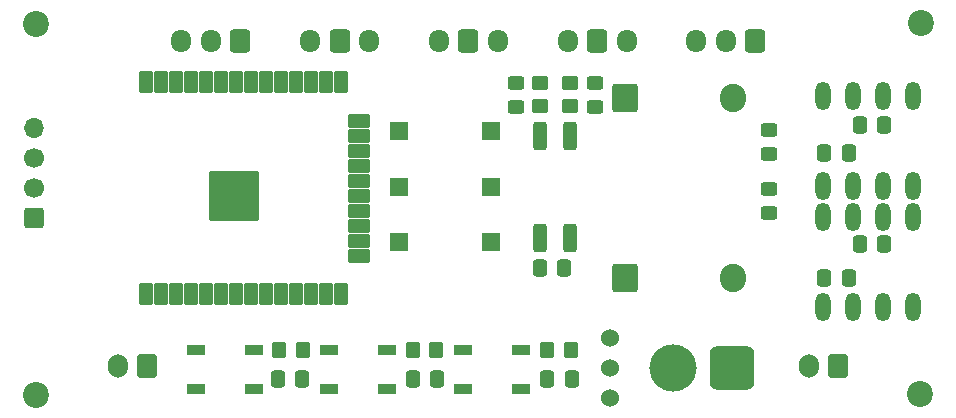
<source format=gbr>
%TF.GenerationSoftware,KiCad,Pcbnew,9.0.1*%
%TF.CreationDate,2025-10-10T15:40:48-03:00*%
%TF.ProjectId,minisumo,6d696e69-7375-46d6-9f2e-6b696361645f,rev?*%
%TF.SameCoordinates,Original*%
%TF.FileFunction,Soldermask,Top*%
%TF.FilePolarity,Negative*%
%FSLAX46Y46*%
G04 Gerber Fmt 4.6, Leading zero omitted, Abs format (unit mm)*
G04 Created by KiCad (PCBNEW 9.0.1) date 2025-10-10 15:40:48*
%MOMM*%
%LPD*%
G01*
G04 APERTURE LIST*
G04 Aperture macros list*
%AMRoundRect*
0 Rectangle with rounded corners*
0 $1 Rounding radius*
0 $2 $3 $4 $5 $6 $7 $8 $9 X,Y pos of 4 corners*
0 Add a 4 corners polygon primitive as box body*
4,1,4,$2,$3,$4,$5,$6,$7,$8,$9,$2,$3,0*
0 Add four circle primitives for the rounded corners*
1,1,$1+$1,$2,$3*
1,1,$1+$1,$4,$5*
1,1,$1+$1,$6,$7*
1,1,$1+$1,$8,$9*
0 Add four rect primitives between the rounded corners*
20,1,$1+$1,$2,$3,$4,$5,0*
20,1,$1+$1,$4,$5,$6,$7,0*
20,1,$1+$1,$6,$7,$8,$9,0*
20,1,$1+$1,$8,$9,$2,$3,0*%
G04 Aperture macros list end*
%ADD10RoundRect,0.250000X-0.337500X-0.475000X0.337500X-0.475000X0.337500X0.475000X-0.337500X0.475000X0*%
%ADD11RoundRect,0.250000X-0.450000X0.325000X-0.450000X-0.325000X0.450000X-0.325000X0.450000X0.325000X0*%
%ADD12C,2.200000*%
%ADD13R,1.500000X1.500000*%
%ADD14RoundRect,0.250000X0.310000X-0.970000X0.310000X0.970000X-0.310000X0.970000X-0.310000X-0.970000X0*%
%ADD15RoundRect,0.250000X0.337500X0.475000X-0.337500X0.475000X-0.337500X-0.475000X0.337500X-0.475000X0*%
%ADD16RoundRect,0.121440X0.430560X-0.830560X0.430560X0.830560X-0.430560X0.830560X-0.430560X-0.830560X0*%
%ADD17RoundRect,0.102000X2.000000X-2.000000X2.000000X2.000000X-2.000000X2.000000X-2.000000X-2.000000X0*%
%ADD18RoundRect,0.121440X0.830560X-0.430560X0.830560X0.430560X-0.830560X0.430560X-0.830560X-0.430560X0*%
%ADD19RoundRect,0.090000X-0.660000X-0.360000X0.660000X-0.360000X0.660000X0.360000X-0.660000X0.360000X0*%
%ADD20RoundRect,0.250000X0.350000X0.450000X-0.350000X0.450000X-0.350000X-0.450000X0.350000X-0.450000X0*%
%ADD21RoundRect,0.250000X0.450000X-0.350000X0.450000X0.350000X-0.450000X0.350000X-0.450000X-0.350000X0*%
%ADD22C,1.524000*%
%ADD23O,2.200000X2.400000*%
%ADD24RoundRect,0.250000X0.850000X-0.950000X0.850000X0.950000X-0.850000X0.950000X-0.850000X-0.950000X0*%
%ADD25O,1.700000X1.700000*%
%ADD26C,1.700000*%
%ADD27RoundRect,0.250000X-0.600000X-0.600000X0.600000X-0.600000X0.600000X0.600000X-0.600000X0.600000X0*%
%ADD28O,1.312000X2.420000*%
%ADD29O,1.700000X1.950000*%
%ADD30RoundRect,0.250000X-0.600000X-0.725000X0.600000X-0.725000X0.600000X0.725000X-0.600000X0.725000X0*%
%ADD31RoundRect,0.250000X0.600000X0.750000X-0.600000X0.750000X-0.600000X-0.750000X0.600000X-0.750000X0*%
%ADD32O,1.700000X2.000000*%
%ADD33RoundRect,0.760000X1.140000X1.140000X-1.140000X1.140000X-1.140000X-1.140000X1.140000X-1.140000X0*%
%ADD34C,4.000000*%
G04 APERTURE END LIST*
D10*
%TO.C,C6*%
X193925000Y-79650000D03*
X196000000Y-79650000D03*
%TD*%
D11*
%TO.C,D2*%
X213350000Y-72950000D03*
X213350000Y-75000000D03*
%TD*%
D12*
%TO.C,H2*%
X226200000Y-58925000D03*
%TD*%
D13*
%TO.C,SW1*%
X189800000Y-72800000D03*
X182000000Y-72800000D03*
%TD*%
D14*
%TO.C,SW2*%
X193930000Y-77105000D03*
X196470000Y-77105000D03*
X196470000Y-68495000D03*
X193930000Y-68495000D03*
%TD*%
D15*
%TO.C,C1*%
X220100000Y-69925000D03*
X218025000Y-69925000D03*
%TD*%
D10*
%TO.C,C7*%
X171775000Y-89075000D03*
X173850000Y-89075000D03*
%TD*%
D13*
%TO.C,SW3*%
X189800000Y-77500000D03*
X182000000Y-77500000D03*
%TD*%
D10*
%TO.C,C8*%
X183175000Y-89075000D03*
X185250000Y-89075000D03*
%TD*%
D15*
%TO.C,C2*%
X223105000Y-67525000D03*
X221030000Y-67525000D03*
%TD*%
D16*
%TO.C,U4*%
X160645000Y-81900000D03*
D17*
X168055000Y-73600000D03*
D16*
X161915000Y-81900000D03*
X163185000Y-81900000D03*
X164455000Y-81900000D03*
X165725000Y-81900000D03*
X166995000Y-81900000D03*
X168265000Y-81900000D03*
X169535000Y-81900000D03*
X170805000Y-81900000D03*
X172075000Y-81900000D03*
X173345000Y-81900000D03*
X174615000Y-81900000D03*
X175885000Y-81900000D03*
X177155000Y-81900000D03*
D18*
X178655000Y-78615000D03*
X178655000Y-77345000D03*
X178655000Y-76075000D03*
X178655000Y-74805000D03*
X178655000Y-73535000D03*
X178655000Y-72265000D03*
X178655000Y-70995000D03*
X178655000Y-69725000D03*
X178655000Y-68455000D03*
X178655000Y-67185000D03*
D16*
X177155000Y-63900000D03*
X175885000Y-63900000D03*
X174615000Y-63900000D03*
X173345000Y-63900000D03*
X172075000Y-63900000D03*
X170805000Y-63900000D03*
X169535000Y-63900000D03*
X168265000Y-63900000D03*
X166995000Y-63900000D03*
X165725000Y-63900000D03*
X164455000Y-63900000D03*
X163185000Y-63900000D03*
X161915000Y-63900000D03*
X160645000Y-63900000D03*
%TD*%
D11*
%TO.C,D9*%
X198600000Y-63975000D03*
X198600000Y-66025000D03*
%TD*%
D19*
%TO.C,LED3*%
X187475000Y-86625000D03*
X187475000Y-89925000D03*
X192375000Y-89925000D03*
X192375000Y-86625000D03*
%TD*%
D15*
%TO.C,C4*%
X223105000Y-77625000D03*
X221030000Y-77625000D03*
%TD*%
D20*
%TO.C,R3*%
X196575000Y-86625000D03*
X194575000Y-86625000D03*
%TD*%
D13*
%TO.C,SW4*%
X189800000Y-68100000D03*
X182000000Y-68100000D03*
%TD*%
D12*
%TO.C,H1*%
X151275000Y-58975000D03*
%TD*%
D10*
%TO.C,C9*%
X194575000Y-89075000D03*
X196650000Y-89075000D03*
%TD*%
D11*
%TO.C,D8*%
X191900000Y-63975000D03*
X191900000Y-66025000D03*
%TD*%
D12*
%TO.C,H3*%
X151275000Y-90425000D03*
%TD*%
D21*
%TO.C,R8*%
X193930000Y-65975000D03*
X193930000Y-63975000D03*
%TD*%
D15*
%TO.C,C3*%
X220100000Y-80525000D03*
X218025000Y-80525000D03*
%TD*%
D20*
%TO.C,R2*%
X185175000Y-86625000D03*
X183175000Y-86625000D03*
%TD*%
D11*
%TO.C,D1*%
X213350000Y-67950000D03*
X213350000Y-70000000D03*
%TD*%
D22*
%TO.C,SW6*%
X199875000Y-90715000D03*
X199875000Y-88175000D03*
X199875000Y-85635000D03*
%TD*%
D19*
%TO.C,LED1*%
X164875000Y-86625000D03*
X164875000Y-89925000D03*
X169775000Y-89925000D03*
X169775000Y-86625000D03*
%TD*%
D23*
%TO.C,U6*%
X210270000Y-80520000D03*
D24*
X201130000Y-80520000D03*
X201130000Y-65280000D03*
D23*
X210270000Y-65280000D03*
%TD*%
D25*
%TO.C,J3*%
X151100000Y-67820000D03*
D26*
X151100000Y-70360000D03*
X151100000Y-72900000D03*
D27*
X151100000Y-75440000D03*
%TD*%
D12*
%TO.C,H4*%
X226175000Y-90375000D03*
%TD*%
D19*
%TO.C,LED2*%
X176075000Y-86625000D03*
X176075000Y-89925000D03*
X180975000Y-89925000D03*
X180975000Y-86625000D03*
%TD*%
D21*
%TO.C,R9*%
X196470000Y-65975000D03*
X196470000Y-63975000D03*
%TD*%
D20*
%TO.C,R1*%
X173875000Y-86575000D03*
X171875000Y-86575000D03*
%TD*%
D28*
%TO.C,U3*%
X225570000Y-72697000D03*
X223030000Y-65077000D03*
X225570000Y-65077000D03*
X223030000Y-72697000D03*
X217950000Y-65077000D03*
X220490000Y-65077000D03*
X220490000Y-72697000D03*
X217950000Y-72697000D03*
%TD*%
D29*
%TO.C,J8*%
X185400000Y-60450000D03*
D30*
X187900000Y-60450000D03*
D29*
X190400000Y-60450000D03*
%TD*%
%TO.C,J11*%
X207200000Y-60450000D03*
X209700000Y-60450000D03*
D30*
X212200000Y-60450000D03*
%TD*%
D28*
%TO.C,U5*%
X225570000Y-82945000D03*
X223030000Y-75325000D03*
X225570000Y-75325000D03*
X223030000Y-82945000D03*
X217950000Y-75325000D03*
X220490000Y-75325000D03*
X220490000Y-82945000D03*
X217950000Y-82945000D03*
%TD*%
D31*
%TO.C,J2*%
X160725000Y-87975000D03*
D32*
X158225000Y-87975000D03*
%TD*%
D31*
%TO.C,J4*%
X219200000Y-87975000D03*
D32*
X216700000Y-87975000D03*
%TD*%
D29*
%TO.C,J7*%
X174500000Y-60450000D03*
D30*
X177000000Y-60450000D03*
D29*
X179500000Y-60450000D03*
%TD*%
D33*
%TO.C,BAT1*%
X210250000Y-88175000D03*
D34*
X205250000Y-88175000D03*
%TD*%
D29*
%TO.C,J9*%
X163600000Y-60450000D03*
X166100000Y-60450000D03*
D30*
X168600000Y-60450000D03*
%TD*%
D29*
%TO.C,J10*%
X196300000Y-60450000D03*
D30*
X198800000Y-60450000D03*
D29*
X201300000Y-60450000D03*
%TD*%
M02*

</source>
